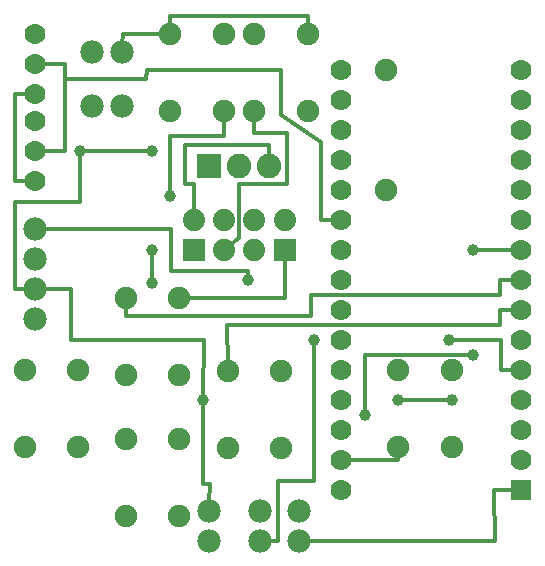
<source format=gbl>
G04 MADE WITH FRITZING*
G04 WWW.FRITZING.ORG*
G04 DOUBLE SIDED*
G04 HOLES PLATED*
G04 CONTOUR ON CENTER OF CONTOUR VECTOR*
%ASAXBY*%
%FSLAX23Y23*%
%MOIN*%
%OFA0B0*%
%SFA1.0B1.0*%
%ADD10C,0.039370*%
%ADD11C,0.078000*%
%ADD12C,0.075000*%
%ADD13C,0.082000*%
%ADD14C,0.069444*%
%ADD15C,0.070000*%
%ADD16C,0.074472*%
%ADD17R,0.082000X0.082000*%
%ADD18R,0.069972X0.070000*%
%ADD19R,0.074472X0.074108*%
%ADD20C,0.012000*%
%LNCOPPER0*%
G90*
G70*
G54D10*
X1477Y818D03*
G54D11*
X677Y248D03*
X677Y148D03*
G54D10*
X807Y1018D03*
G54D11*
X847Y248D03*
X847Y148D03*
X977Y248D03*
X977Y148D03*
G54D12*
X238Y462D03*
X238Y718D03*
X61Y462D03*
X61Y718D03*
X238Y462D03*
X238Y718D03*
X61Y462D03*
X61Y718D03*
X400Y958D03*
X400Y702D03*
X577Y958D03*
X577Y702D03*
X400Y958D03*
X400Y702D03*
X577Y958D03*
X577Y702D03*
X400Y488D03*
X400Y232D03*
X577Y488D03*
X577Y232D03*
X400Y488D03*
X400Y232D03*
X577Y488D03*
X577Y232D03*
X740Y714D03*
X740Y458D03*
X917Y714D03*
X917Y458D03*
X740Y714D03*
X740Y458D03*
X917Y714D03*
X917Y458D03*
X1485Y462D03*
X1485Y718D03*
X1307Y462D03*
X1307Y718D03*
X1485Y462D03*
X1485Y718D03*
X1307Y462D03*
X1307Y718D03*
G54D13*
X676Y1398D03*
X776Y1398D03*
X876Y1398D03*
G54D14*
X97Y1548D03*
X97Y1448D03*
X97Y1349D03*
X94Y1836D03*
X94Y1736D03*
X94Y1636D03*
G54D15*
X1717Y318D03*
X1717Y418D03*
X1717Y518D03*
X1717Y618D03*
X1717Y718D03*
X1717Y818D03*
X1717Y918D03*
X1717Y1018D03*
X1717Y1118D03*
X1717Y1218D03*
X1717Y1318D03*
X1717Y1418D03*
X1717Y1518D03*
X1717Y1618D03*
X1717Y1718D03*
X1117Y318D03*
X1117Y418D03*
X1117Y518D03*
X1117Y618D03*
X1117Y718D03*
X1117Y818D03*
X1117Y918D03*
X1117Y1018D03*
X1117Y1118D03*
X1117Y1218D03*
X1117Y1318D03*
X1117Y1418D03*
X1117Y1518D03*
X1117Y1618D03*
X1117Y1718D03*
G54D12*
X1267Y1718D03*
X1267Y1318D03*
X725Y1582D03*
X725Y1838D03*
X547Y1582D03*
X547Y1838D03*
X725Y1582D03*
X725Y1838D03*
X547Y1582D03*
X547Y1838D03*
X1005Y1582D03*
X1005Y1838D03*
X827Y1582D03*
X827Y1838D03*
X1005Y1582D03*
X1005Y1838D03*
X827Y1582D03*
X827Y1838D03*
G54D16*
X928Y1118D03*
X928Y1218D03*
X827Y1118D03*
X827Y1218D03*
X727Y1118D03*
X727Y1218D03*
X626Y1118D03*
X626Y1218D03*
G54D11*
X287Y1598D03*
X387Y1598D03*
X287Y1778D03*
X387Y1778D03*
X97Y888D03*
X97Y988D03*
X97Y1088D03*
X97Y1188D03*
G54D10*
X547Y1298D03*
X1027Y818D03*
X1197Y568D03*
X1557Y768D03*
X1557Y1118D03*
X487Y1448D03*
X247Y1448D03*
X657Y618D03*
X487Y1008D03*
X1307Y618D03*
X1487Y618D03*
X487Y1118D03*
G54D17*
X676Y1398D03*
G54D18*
X1717Y318D03*
G54D19*
X928Y1118D03*
X626Y1118D03*
G54D20*
X1648Y718D02*
X1694Y718D01*
D02*
X1648Y818D02*
X1648Y718D01*
D02*
X1491Y818D02*
X1648Y818D01*
D02*
X657Y338D02*
X657Y605D01*
D02*
X678Y338D02*
X657Y338D01*
D02*
X677Y273D02*
X678Y338D01*
D02*
X928Y959D02*
X600Y958D01*
D02*
X928Y1093D02*
X928Y959D01*
D02*
X747Y1134D02*
X777Y1158D01*
D02*
X777Y1158D02*
X777Y1338D01*
D02*
X777Y1338D02*
X937Y1338D01*
D02*
X937Y1338D02*
X937Y1508D01*
D02*
X827Y1508D02*
X827Y1559D01*
D02*
X937Y1508D02*
X827Y1508D01*
D02*
X399Y935D02*
X398Y899D01*
D02*
X398Y899D02*
X1017Y899D01*
D02*
X1017Y968D02*
X1647Y968D01*
D02*
X1017Y899D02*
X1017Y968D01*
D02*
X1647Y1018D02*
X1694Y1018D01*
D02*
X1647Y968D02*
X1647Y1018D01*
D02*
X548Y1049D02*
X548Y1188D01*
D02*
X807Y1049D02*
X548Y1049D01*
D02*
X807Y1032D02*
X807Y1049D01*
D02*
X217Y1188D02*
X122Y1188D01*
D02*
X548Y1188D02*
X217Y1188D01*
D02*
X740Y737D02*
X737Y868D01*
D02*
X737Y868D02*
X1647Y868D01*
D02*
X1647Y919D02*
X1694Y918D01*
D02*
X1647Y868D02*
X1647Y919D01*
D02*
X626Y1244D02*
X627Y1338D01*
D02*
X627Y1338D02*
X597Y1338D01*
D02*
X597Y1338D02*
X597Y1468D01*
D02*
X877Y1468D02*
X877Y1425D01*
D02*
X597Y1468D02*
X877Y1468D01*
D02*
X547Y1312D02*
X547Y1498D01*
D02*
X727Y1499D02*
X725Y1559D01*
D02*
X547Y1498D02*
X727Y1499D01*
D02*
X388Y1838D02*
X524Y1838D01*
D02*
X387Y1803D02*
X388Y1838D01*
D02*
X77Y1348D02*
X28Y1348D01*
D02*
X28Y1348D02*
X28Y1639D01*
D02*
X28Y1639D02*
X73Y1637D01*
D02*
X1307Y419D02*
X1141Y418D01*
D02*
X1307Y439D02*
X1307Y419D01*
D02*
X197Y1448D02*
X197Y1688D01*
D02*
X118Y1448D02*
X197Y1448D01*
D02*
X468Y1718D02*
X917Y1719D01*
D02*
X467Y1688D02*
X468Y1718D01*
D02*
X197Y1688D02*
X467Y1688D01*
D02*
X1048Y1478D02*
X1048Y1218D01*
D02*
X917Y1568D02*
X1048Y1478D01*
D02*
X917Y1719D02*
X917Y1568D01*
D02*
X1048Y1218D02*
X1094Y1218D01*
D02*
X197Y1738D02*
X197Y1688D01*
D02*
X115Y1736D02*
X197Y1738D01*
D02*
X1694Y318D02*
X1627Y318D01*
D02*
X1627Y318D02*
X1628Y148D01*
D02*
X1628Y148D02*
X1002Y148D01*
D02*
X907Y148D02*
X907Y348D01*
D02*
X907Y348D02*
X1026Y349D01*
D02*
X1026Y349D02*
X1027Y805D01*
D02*
X872Y148D02*
X907Y148D01*
D02*
X1197Y582D02*
X1197Y769D01*
D02*
X1197Y769D02*
X1544Y768D01*
D02*
X1571Y1118D02*
X1694Y1118D01*
D02*
X73Y989D02*
X28Y989D01*
D02*
X28Y989D02*
X28Y1279D01*
D02*
X28Y1279D02*
X247Y1279D01*
D02*
X247Y1279D02*
X247Y1435D01*
D02*
X657Y632D02*
X658Y818D01*
D02*
X217Y989D02*
X122Y988D01*
D02*
X217Y818D02*
X217Y989D01*
D02*
X658Y818D02*
X217Y818D01*
D02*
X487Y1104D02*
X487Y1022D01*
D02*
X261Y1448D02*
X474Y1448D01*
D02*
X547Y1899D02*
X1007Y1899D01*
D02*
X1007Y1899D02*
X1006Y1861D01*
D02*
X547Y1861D02*
X547Y1899D01*
D02*
X1321Y618D02*
X1474Y618D01*
G04 End of Copper0*
M02*
</source>
